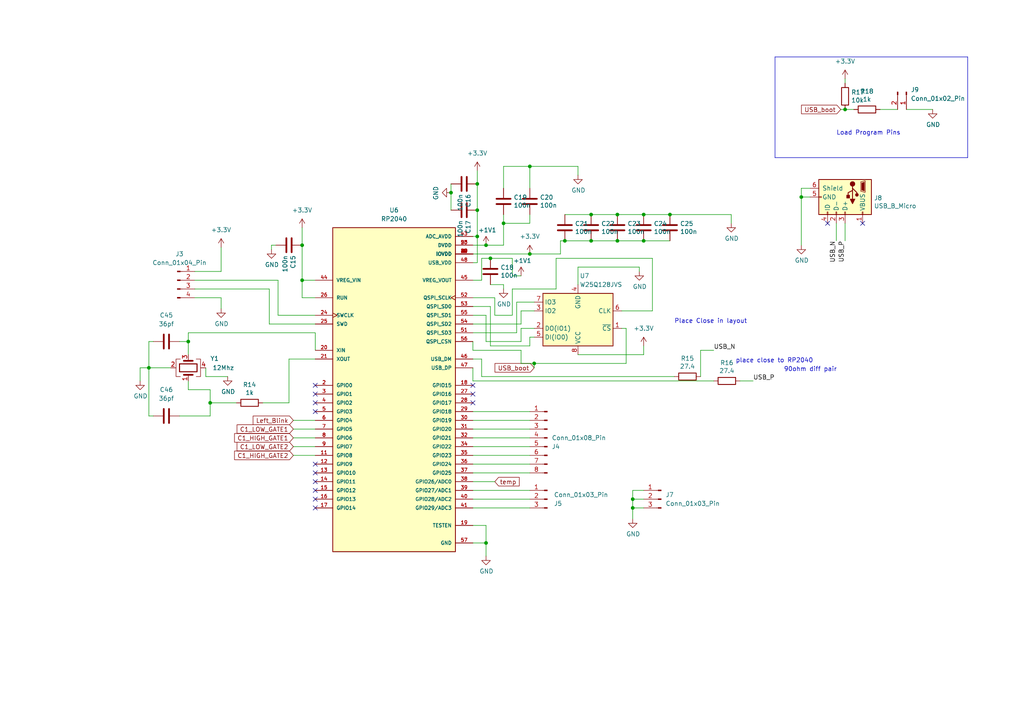
<source format=kicad_sch>
(kicad_sch (version 20231120) (generator "eeschema") (generator_version "8.0")
  (paper "A4")
  (lib_symbols
    (symbol "Connector:Conn_01x02_Pin" (pin_names (offset 1.016) hide)
      (property "Reference" "J" (at 0 2.54 0))
      (property "Value" "Conn_01x02_Pin" (at 0 -5.08 0))
      (symbol "Conn_01x02_Pin_1_1"
        (polyline (pts (xy 1.27 -2.54) (xy 0.8636 -2.54)) (stroke (width 0.1524)))
        (polyline (pts (xy 1.27 0) (xy 0.8636 0)) (stroke (width 0.1524)))
        (rectangle (start 0.8636 -2.413) (end 0 -2.667) (stroke (width 0.1524)) (fill (type outline)))
        (rectangle (start 0.8636 0.127) (end 0 -0.127) (stroke (width 0.1524)) (fill (type outline)))
        (pin passive line (at 5.08 0 180) (length 3.81) (name "Pin_1") (number "1"))
        (pin passive line (at 5.08 -2.54 180) (length 3.81) (name "Pin_2") (number "2"))
      )
    )
    (symbol "Connector:Conn_01x03_Pin" (pin_names (offset 1.016) hide)
      (property "Reference" "J" (at 0 5.08 0))
      (property "Value" "Conn_01x03_Pin" (at 0 -5.08 0))
      (symbol "Conn_01x03_Pin_1_1"
        (polyline (pts (xy 1.27 -2.54) (xy 0.8636 -2.54)) (stroke (width 0.1524)))
        (polyline (pts (xy 1.27 0) (xy 0.8636 0)) (stroke (width 0.1524)))
        (polyline (pts (xy 1.27 2.54) (xy 0.8636 2.54)) (stroke (width 0.1524)))
        (rectangle (start 0.8636 -2.413) (end 0 -2.667) (stroke (width 0.1524)) (fill (type outline)))
        (rectangle (start 0.8636 0.127) (end 0 -0.127) (stroke (width 0.1524)) (fill (type outline)))
        (rectangle (start 0.8636 2.667) (end 0 2.413) (stroke (width 0.1524)) (fill (type outline)))
        (pin passive line (at 5.08 2.54 180) (length 3.81) (name "Pin_1") (number "1"))
        (pin passive line (at 5.08 0 180) (length 3.81) (name "Pin_2") (number "2"))
        (pin passive line (at 5.08 -2.54 180) (length 3.81) (name "Pin_3") (number "3"))
      )
    )
    (symbol "Connector:Conn_01x04_Pin" (pin_names (offset 1.016) hide)
      (property "Reference" "J" (at 0 5.08 0))
      (property "Value" "Conn_01x04_Pin" (at 0 -7.62 0))
      (symbol "Conn_01x04_Pin_1_1"
        (polyline (pts (xy 1.27 -5.08) (xy 0.8636 -5.08)) (stroke (width 0.1524)))
        (polyline (pts (xy 1.27 -2.54) (xy 0.8636 -2.54)) (stroke (width 0.1524)))
        (polyline (pts (xy 1.27 0) (xy 0.8636 0)) (stroke (width 0.1524)))
        (polyline (pts (xy 1.27 2.54) (xy 0.8636 2.54)) (stroke (width 0.1524)))
        (rectangle (start 0.8636 -4.953) (end 0 -5.207) (stroke (width 0.1524)) (fill (type outline)))
        (rectangle (start 0.8636 -2.413) (end 0 -2.667) (stroke (width 0.1524)) (fill (type outline)))
        (rectangle (start 0.8636 0.127) (end 0 -0.127) (stroke (width 0.1524)) (fill (type outline)))
        (rectangle (start 0.8636 2.667) (end 0 2.413) (stroke (width 0.1524)) (fill (type outline)))
        (pin passive line (at 5.08 2.54 180) (length 3.81) (name "Pin_1") (number "1"))
        (pin passive line (at 5.08 0 180) (length 3.81) (name "Pin_2") (number "2"))
        (pin passive line (at 5.08 -2.54 180) (length 3.81) (name "Pin_3") (number "3"))
        (pin passive line (at 5.08 -5.08 180) (length 3.81) (name "Pin_4") (number "4"))
      )
    )
    (symbol "Connector:Conn_01x08_Pin" (pin_names (offset 1.016) hide)
      (property "Reference" "J" (at 0 10.16 0))
      (property "Value" "Conn_01x08_Pin" (at 0 -12.7 0))
      (symbol "Conn_01x08_Pin_1_1"
        (polyline (pts (xy 1.27 -10.16) (xy 0.8636 -10.16)) (stroke (width 0.1524)))
        (polyline (pts (xy 1.27 -7.62) (xy 0.8636 -7.62)) (stroke (width 0.1524)))
        (polyline (pts (xy 1.27 -5.08) (xy 0.8636 -5.08)) (stroke (width 0.1524)))
        (polyline (pts (xy 1.27 -2.54) (xy 0.8636 -2.54)) (stroke (width 0.1524)))
        (polyline (pts (xy 1.27 0) (xy 0.8636 0)) (stroke (width 0.1524)))
        (polyline (pts (xy 1.27 2.54) (xy 0.8636 2.54)) (stroke (width 0.1524)))
        (polyline (pts (xy 1.27 5.08) (xy 0.8636 5.08)) (stroke (width 0.1524)))
        (polyline (pts (xy 1.27 7.62) (xy 0.8636 7.62)) (stroke (width 0.1524)))
        (rectangle (start 0.8636 -10.033) (end 0 -10.287) (stroke (width 0.1524)) (fill (type outline)))
        (rectangle (start 0.8636 -7.493) (end 0 -7.747) (stroke (width 0.1524)) (fill (type outline)))
        (rectangle (start 0.8636 -4.953) (end 0 -5.207) (stroke (width 0.1524)) (fill (type outline)))
        (rectangle (start 0.8636 -2.413) (end 0 -2.667) (stroke (width 0.1524)) (fill (type outline)))
        (rectangle (start 0.8636 0.127) (end 0 -0.127) (stroke (width 0.1524)) (fill (type outline)))
        (rectangle (start 0.8636 2.667) (end 0 2.413) (stroke (width 0.1524)) (fill (type outline)))
        (rectangle (start 0.8636 5.207) (end 0 4.953) (stroke (width 0.1524)) (fill (type outline)))
        (rectangle (start 0.8636 7.747) (end 0 7.493) (stroke (width 0.1524)) (fill (type outline)))
        (pin passive line (at 5.08 7.62 180) (length 3.81) (name "Pin_1") (number "1"))
        (pin passive line (at 5.08 5.08 180) (length 3.81) (name "Pin_2") (number "2"))
        (pin passive line (at 5.08 2.54 180) (length 3.81) (name "Pin_3") (number "3"))
        (pin passive line (at 5.08 0 180) (length 3.81) (name "Pin_4") (number "4"))
        (pin passive line (at 5.08 -2.54 180) (length 3.81) (name "Pin_5") (number "5"))
        (pin passive line (at 5.08 -5.08 180) (length 3.81) (name "Pin_6") (number "6"))
        (pin passive line (at 5.08 -7.62 180) (length 3.81) (name "Pin_7") (number "7"))
        (pin passive line (at 5.08 -10.16 180) (length 3.81) (name "Pin_8") (number "8"))
      )
    )
    (symbol "Connector:USB_B_Micro" (pin_names (offset 1.016))
      (property "Reference" "J" (at -5.08 11.43 0))
      (property "Value" "USB_B_Micro" (at -5.08 8.89 0))
      (symbol "USB_B_Micro_0_1"
        (rectangle (start -5.08 -7.62) (end 5.08 7.62) (stroke (width 0.254)) (fill (type background)))
        (circle (center -3.81 2.159) (radius 0.635) (stroke (width 0.254)) (fill (type outline)))
        (circle (center -0.635 3.429) (radius 0.381) (stroke (width 0.254)) (fill (type outline)))
        (rectangle (start -0.127 -7.62) (end 0.127 -6.858))
        (polyline (pts (xy -1.905 2.159) (xy 0.635 2.159)) (stroke (width 0.254)))
        (polyline (pts (xy -3.175 2.159) (xy -2.54 2.159) (xy -1.27 3.429) (xy -0.635 3.429)) (stroke (width 0.254)))
        (polyline (pts (xy -2.54 2.159) (xy -1.905 2.159) (xy -1.27 0.889) (xy 0 0.889)) (stroke (width 0.254)))
        (polyline (pts (xy 0.635 2.794) (xy 0.635 1.524) (xy 1.905 2.159) (xy 0.635 2.794)) (stroke (width 0.254)) (fill (type outline)))
        (polyline (pts (xy -4.318 5.588) (xy -1.778 5.588) (xy -2.032 4.826) (xy -4.064 4.826) (xy -4.318 5.588)) (fill (type outline)))
        (polyline (pts (xy -4.699 5.842) (xy -4.699 5.588) (xy -4.445 4.826) (xy -4.445 4.572) (xy -1.651 4.572) (xy -1.651 4.826) (xy -1.397 5.588) (xy -1.397 5.842) (xy -4.699 5.842)))
        (rectangle (start 0.254 1.27) (end -0.508 0.508) (stroke (width 0.254)) (fill (type outline)))
        (rectangle (start 5.08 -5.207) (end 4.318 -4.953))
        (rectangle (start 5.08 -2.667) (end 4.318 -2.413))
        (rectangle (start 5.08 -0.127) (end 4.318 0.127))
        (rectangle (start 5.08 4.953) (end 4.318 5.207))
      )
      (symbol "USB_B_Micro_1_1"
        (pin power_out line (at 7.62 5.08 180) (length 2.54) (name "VBUS") (number "1"))
        (pin bidirectional line (at 7.62 -2.54 180) (length 2.54) (name "D-") (number "2"))
        (pin bidirectional line (at 7.62 0 180) (length 2.54) (name "D+") (number "3"))
        (pin passive line (at 7.62 -5.08 180) (length 2.54) (name "ID") (number "4"))
        (pin power_out line (at 0 -10.16 90) (length 2.54) (name "GND") (number "5"))
        (pin passive line (at -2.54 -10.16 90) (length 2.54) (name "Shield") (number "6"))
      )
    )
    (symbol "Device:C" (pin_numbers hide) (pin_names (offset 0.254))
      (property "Reference" "C" (at 0.635 2.54 0))
      (property "Value" "C" (at 0.635 -2.54 0))
      (symbol "C_0_1"
        (polyline (pts (xy -2.032 -0.762) (xy 2.032 -0.762)) (stroke (width 0.508)))
        (polyline (pts (xy -2.032 0.762) (xy 2.032 0.762)) (stroke (width 0.508)))
      )
      (symbol "C_1_1"
        (pin passive line (at 0 3.81 270) (length 2.794) (name "~") (number "1"))
        (pin passive line (at 0 -3.81 90) (length 2.794) (name "~") (number "2"))
      )
    )
    (symbol "Device:Crystal_GND24" (pin_names (offset 1.016) hide)
      (property "Reference" "Y" (at 3.175 5.08 0))
      (property "Value" "Crystal_GND24" (at 3.175 3.175 0))
      (symbol "Crystal_GND24_0_1"
        (rectangle (start -1.143 2.54) (end 1.143 -2.54) (stroke (width 0.3048)))
        (polyline (pts (xy -2.54 0) (xy -2.032 0)))
        (polyline (pts (xy -2.032 -1.27) (xy -2.032 1.27)) (stroke (width 0.508)))
        (polyline (pts (xy 0 -3.81) (xy 0 -3.556)))
        (polyline (pts (xy 0 3.556) (xy 0 3.81)))
        (polyline (pts (xy 2.032 -1.27) (xy 2.032 1.27)) (stroke (width 0.508)))
        (polyline (pts (xy 2.032 0) (xy 2.54 0)))
        (polyline (pts (xy -2.54 -2.286) (xy -2.54 -3.556) (xy 2.54 -3.556) (xy 2.54 -2.286)))
        (polyline (pts (xy -2.54 2.286) (xy -2.54 3.556) (xy 2.54 3.556) (xy 2.54 2.286)))
      )
      (symbol "Crystal_GND24_1_1"
        (pin passive line (at -3.81 0 0) (length 1.27) (name "1") (number "1"))
        (pin passive line (at 0 5.08 270) (length 1.27) (name "2") (number "2"))
        (pin passive line (at 3.81 0 180) (length 1.27) (name "3") (number "3"))
        (pin passive line (at 0 -5.08 90) (length 1.27) (name "4") (number "4"))
      )
    )
    (symbol "Device:R" (pin_numbers hide) (pin_names (offset 0))
      (property "Reference" "R" (at 2.032 0 90))
      (property "Value" "R" (at 0 0 90))
      (symbol "R_0_1"
        (rectangle (start -1.016 -2.54) (end 1.016 2.54) (stroke (width 0.254)))
      )
      (symbol "R_1_1"
        (pin passive line (at 0 3.81 270) (length 1.27) (name "~") (number "1"))
        (pin passive line (at 0 -3.81 90) (length 1.27) (name "~") (number "2"))
      )
    )
    (symbol "Memory_Flash:W25Q128JVS"
      (property "Reference" "U" (at -8.89 8.89 0))
      (property "Value" "W25Q128JVS" (at 7.62 8.89 0))
      (symbol "W25Q128JVS_0_1"
        (rectangle (start -10.16 7.62) (end 10.16 -7.62) (stroke (width 0.254)) (fill (type background)))
      )
      (symbol "W25Q128JVS_1_1"
        (pin input line (at -12.7 2.54 0) (length 2.54) (name "~{CS}") (number "1"))
        (pin bidirectional line (at 12.7 2.54 180) (length 2.54) (name "DO(IO1)") (number "2"))
        (pin bidirectional line (at 12.7 -2.54 180) (length 2.54) (name "IO2") (number "3"))
        (pin power_in line (at 0 -10.16 90) (length 2.54) (name "GND") (number "4"))
        (pin bidirectional line (at 12.7 5.08 180) (length 2.54) (name "DI(IO0)") (number "5"))
        (pin input line (at -12.7 -2.54 0) (length 2.54) (name "CLK") (number "6"))
        (pin bidirectional line (at 12.7 -5.08 180) (length 2.54) (name "IO3") (number "7"))
        (pin power_in line (at 0 10.16 270) (length 2.54) (name "VCC") (number "8"))
      )
    )
    (symbol "QTF:RP2040" (pin_names (offset 1.016))
      (property "Reference" "U" (at -17.78 50.8 0))
      (property "Value" "RP2040" (at -17.78 -48.26 0))
      (symbol "RP2040_0_0"
        (rectangle (start -17.78 -45.72) (end 17.78 48.26) (stroke (width 0.254)) (fill (type background)))
        (pin power_in line (at 22.86 40.64 180) (length 5.08) (name "IOVDD") (number "1"))
        (pin power_in line (at 22.86 40.64 180) (length 5.08) (name "IOVDD") (number "10"))
        (pin bidirectional line (at -22.86 -17.78 0) (length 5.08) (name "GPIO8") (number "11"))
        (pin bidirectional line (at -22.86 -20.32 0) (length 5.08) (name "GPIO9") (number "12"))
        (pin bidirectional line (at -22.86 -22.86 0) (length 5.08) (name "GPIO10") (number "13"))
        (pin bidirectional line (at -22.86 -25.4 0) (length 5.08) (name "GPIO11") (number "14"))
        (pin bidirectional line (at -22.86 -27.94 0) (length 5.08) (name "GPIO12") (number "15"))
        (pin bidirectional line (at -22.86 -30.48 0) (length 5.08) (name "GPIO13") (number "16"))
        (pin bidirectional line (at -22.86 -33.02 0) (length 5.08) (name "GPIO14") (number "17"))
        (pin bidirectional line (at 22.86 2.54 180) (length 5.08) (name "GPIO15") (number "18"))
        (pin passive line (at 22.86 -38.1 180) (length 5.08) (name "TESTEN") (number "19"))
        (pin bidirectional line (at -22.86 2.54 0) (length 5.08) (name "GPIO0") (number "2"))
        (pin input line (at -22.86 12.7 0) (length 5.08) (name "XIN") (number "20"))
        (pin output line (at -22.86 10.16 0) (length 5.08) (name "XOUT") (number "21"))
        (pin power_in line (at 22.86 40.64 180) (length 5.08) (name "IOVDD") (number "22"))
        (pin power_in line (at 22.86 43.18 180) (length 5.08) (name "DVDD") (number "23"))
        (pin input clock (at -22.86 22.86 0) (length 5.08) (name "SWCLK") (number "24"))
        (pin bidirectional line (at -22.86 20.32 0) (length 5.08) (name "SWD") (number "25"))
        (pin input line (at -22.86 27.94 0) (length 5.08) (name "RUN") (number "26"))
        (pin bidirectional line (at 22.86 0 180) (length 5.08) (name "GPIO16") (number "27"))
        (pin bidirectional line (at 22.86 -2.54 180) (length 5.08) (name "GPIO17") (number "28"))
        (pin bidirectional line (at 22.86 -5.08 180) (length 5.08) (name "GPIO18") (number "29"))
        (pin bidirectional line (at -22.86 0 0) (length 5.08) (name "GPIO1") (number "3"))
        (pin bidirectional line (at 22.86 -7.62 180) (length 5.08) (name "GPIO19") (number "30"))
        (pin bidirectional line (at 22.86 -10.16 180) (length 5.08) (name "GPIO20") (number "31"))
        (pin bidirectional line (at 22.86 -12.7 180) (length 5.08) (name "GPIO21") (number "32"))
        (pin power_in line (at 22.86 40.64 180) (length 5.08) (name "IOVDD") (number "33"))
        (pin bidirectional line (at 22.86 -15.24 180) (length 5.08) (name "GPIO22") (number "34"))
        (pin bidirectional line (at 22.86 -17.78 180) (length 5.08) (name "GPIO23") (number "35"))
        (pin bidirectional line (at 22.86 -20.32 180) (length 5.08) (name "GPIO24") (number "36"))
        (pin bidirectional line (at 22.86 -22.86 180) (length 5.08) (name "GPIO25") (number "37"))
        (pin bidirectional line (at 22.86 -25.4 180) (length 5.08) (name "GPIO26/ADC0") (number "38"))
        (pin bidirectional line (at 22.86 -27.94 180) (length 5.08) (name "GPIO27/ADC1") (number "39"))
        (pin bidirectional line (at -22.86 -2.54 0) (length 5.08) (name "GPIO2") (number "4"))
        (pin bidirectional line (at 22.86 -30.48 180) (length 5.08) (name "GPIO28/ADC2") (number "40"))
        (pin bidirectional line (at 22.86 -33.02 180) (length 5.08) (name "GPIO29/ADC3") (number "41"))
        (pin power_in line (at 22.86 40.64 180) (length 5.08) (name "IOVDD") (number "42"))
        (pin power_in line (at 22.86 45.72 180) (length 5.08) (name "ADC_AVDD") (number "43"))
        (pin input line (at -22.86 33.02 0) (length 5.08) (name "VREG_VIN") (number "44"))
        (pin output line (at 22.86 33.02 180) (length 5.08) (name "VREG_VOUT") (number "45"))
        (pin bidirectional line (at 22.86 10.16 180) (length 5.08) (name "USB_DM") (number "46"))
        (pin bidirectional line (at 22.86 7.62 180) (length 5.08) (name "USB_DP") (number "47"))
        (pin power_in line (at 22.86 38.1 180) (length 5.08) (name "USB_VDD") (number "48"))
        (pin power_in line (at 22.86 40.64 180) (length 5.08) (name "IOVDD") (number "49"))
        (pin bidirectional line (at -22.86 -5.08 0) (length 5.08) (name "GPIO3") (number "5"))
        (pin power_in line (at 22.86 43.18 180) (length 5.08) (name "DVDD") (number "50"))
        (pin bidirectional line (at 22.86 17.78 180) (length 5.08) (name "QSPI_SD3") (number "51"))
        (pin bidirectional clock (at 22.86 27.94 180) (length 5.08) (name "QSPI_SCLK") (number "52"))
        (pin bidirectional line (at 22.86 25.4 180) (length 5.08) (name "QSPI_SD0") (number "53"))
        (pin bidirectional line (at 22.86 20.32 180) (length 5.08) (name "QSPI_SD2") (number "54"))
        (pin bidirectional line (at 22.86 22.86 180) (length 5.08) (name "QSPI_SD1") (number "55"))
        (pin bidirectional line (at 22.86 15.24 180) (length 5.08) (name "QSPI_CSN") (number "56"))
        (pin power_in line (at 22.86 -43.18 180) (length 5.08) (name "GND") (number "57"))
        (pin bidirectional line (at -22.86 -7.62 0) (length 5.08) (name "GPIO4") (number "6"))
        (pin bidirectional line (at -22.86 -10.16 0) (length 5.08) (name "GPIO5") (number "7"))
        (pin bidirectional line (at -22.86 -12.7 0) (length 5.08) (name "GPIO6") (number "8"))
        (pin bidirectional line (at -22.86 -15.24 0) (length 5.08) (name "GPIO7") (number "9"))
      )
    )
    (symbol "power:+1V1" (power) (pin_names (offset 0))
      (property "Value" "+1V1" (at 0 3.556 0))
      (symbol "+1V1_0_1"
        (polyline (pts (xy -0.762 1.27) (xy 0 2.54)))
        (polyline (pts (xy 0 0) (xy 0 2.54)))
        (polyline (pts (xy 0 2.54) (xy 0.762 1.27)))
      )
      (symbol "+1V1_1_1"
        (pin power_in line (at 0 0 90) (length 0) hide (name "+1V1") (number "1"))
      )
    )
    (symbol "power:+3.3V" (power) (pin_names (offset 0))
      (property "Value" "+3.3V" (at 0 3.556 0))
      (symbol "+3.3V_0_1"
        (polyline (pts (xy -0.762 1.27) (xy 0 2.54)))
        (polyline (pts (xy 0 0) (xy 0 2.54)))
        (polyline (pts (xy 0 2.54) (xy 0.762 1.27)))
      )
      (symbol "+3.3V_1_1"
        (pin power_in line (at 0 0 90) (length 0) hide (name "+3.3V") (number "1"))
      )
    )
    (symbol "power:GND" (power) (pin_names (offset 0))
      (property "Value" "GND" (at 0 -3.81 0))
      (symbol "GND_0_1"
        (polyline (pts (xy 0 0) (xy 0 -1.27) (xy 1.27 -1.27) (xy 0 -2.54) (xy -1.27 -1.27) (xy 0 -1.27)))
      )
      (symbol "GND_1_1"
        (pin power_in line (at 0 0 270) (length 0) hide (name "GND") (number "1"))
      )
    )
  )
  (junction (at 179.07 69.85))
  (junction (at 232.41 57.15))
  (junction (at 171.45 69.85))
  (junction (at 43.18 106.68))
  (junction (at 245.11 31.75))
  (junction (at 163.83 69.85))
  (junction (at 154.94 105.41))
  (junction (at 140.97 71.12))
  (junction (at 60.96 116.84))
  (junction (at 138.43 60.96))
  (junction (at 138.43 53.34))
  (junction (at 138.43 68.58))
  (junction (at 130.81 55.88))
  (junction (at 183.515 144.78))
  (junction (at 153.67 48.26))
  (junction (at 142.24 74.93))
  (junction (at 87.63 71.12))
  (junction (at 140.97 157.48))
  (junction (at 179.07 62.23))
  (junction (at 183.515 147.32))
  (junction (at 171.45 62.23))
  (junction (at 186.69 69.85))
  (junction (at 146.05 64.77))
  (junction (at 54.61 99.06))
  (junction (at 153.67 73.66))
  (junction (at 186.69 62.23))
  (junction (at 194.31 62.23))
  (junction (at 87.63 81.28))
  (no_connect (at 91.44 144.78))
  (no_connect (at 91.44 119.38))
  (no_connect (at 91.44 116.84))
  (no_connect (at 91.44 147.32))
  (no_connect (at 91.44 137.16))
  (no_connect (at 240.03 64.77))
  (no_connect (at 137.16 116.84))
  (no_connect (at 91.44 114.3))
  (no_connect (at 137.16 111.76))
  (no_connect (at 91.44 134.62))
  (no_connect (at 91.44 139.7))
  (no_connect (at 91.44 142.24))
  (no_connect (at 250.19 64.77))
  (no_connect (at 91.44 111.76))
  (no_connect (at 137.16 114.3))
  (wire (pts (xy 146.05 71.12) (xy 146.05 64.77)))
  (wire (pts (xy 91.44 81.28) (xy 87.63 81.28)))
  (wire (pts (xy 179.07 62.23) (xy 186.69 62.23)))
  (wire (pts (xy 137.16 104.14) (xy 139.7 104.14)))
  (wire (pts (xy 91.44 91.44) (xy 80.645 91.44)))
  (wire (pts (xy 85.09 121.92) (xy 91.44 121.92)))
  (wire (pts (xy 186.69 100.33) (xy 186.69 102.87)))
  (wire (pts (xy 137.16 129.54) (xy 153.67 129.54)))
  (wire (pts (xy 194.31 62.23) (xy 212.09 62.23)))
  (wire (pts (xy 52.07 99.06) (xy 54.61 99.06)))
  (wire (pts (xy 130.81 55.88) (xy 130.81 60.96)))
  (wire (pts (xy 154.94 105.41) (xy 154.94 106.68)))
  (wire (pts (xy 54.61 99.06) (xy 54.61 102.87)))
  (wire (pts (xy 139.7 74.93) (xy 142.24 74.93)))
  (wire (pts (xy 167.64 48.26) (xy 167.64 50.8)))
  (wire (pts (xy 143.51 86.36) (xy 143.51 91.44)))
  (wire (pts (xy 142.24 74.93) (xy 148.59 74.93)))
  (wire (pts (xy 85.09 132.08) (xy 91.44 132.08)))
  (wire (pts (xy 137.16 88.9) (xy 142.24 88.9)))
  (wire (pts (xy 234.95 57.15) (xy 232.41 57.15)))
  (wire (pts (xy 245.11 24.13) (xy 245.11 22.86)))
  (wire (pts (xy 139.7 104.14) (xy 139.7 109.22)))
  (wire (pts (xy 76.2 116.84) (xy 83.82 116.84)))
  (wire (pts (xy 43.18 106.68) (xy 49.53 106.68)))
  (wire (pts (xy 54.61 96.52) (xy 54.61 99.06)))
  (wire (pts (xy 137.16 71.12) (xy 140.97 71.12)))
  (wire (pts (xy 80.645 91.44) (xy 80.645 81.28)))
  (wire (pts (xy 214.63 110.49) (xy 218.44 110.49)))
  (wire (pts (xy 242.57 69.85) (xy 242.57 64.77)))
  (wire (pts (xy 54.61 96.52) (xy 91.44 96.52)))
  (wire (pts (xy 87.63 81.28) (xy 87.63 71.12)))
  (wire (pts (xy 186.69 69.85) (xy 194.31 69.85)))
  (wire (pts (xy 85.09 127) (xy 91.44 127)))
  (wire (pts (xy 142.24 88.9) (xy 142.24 100.33)))
  (wire (pts (xy 207.01 101.6) (xy 203.2 101.6)))
  (wire (pts (xy 137.16 86.36) (xy 143.51 86.36)))
  (wire (pts (xy 146.05 64.77) (xy 153.67 64.77)))
  (wire (pts (xy 179.07 69.85) (xy 186.69 69.85)))
  (wire (pts (xy 183.515 147.32) (xy 183.515 150.495)))
  (wire (pts (xy 207.01 110.49) (xy 137.16 110.49)))
  (wire (pts (xy 138.43 68.58) (xy 138.43 76.2)))
  (wire (pts (xy 149.86 87.63) (xy 154.94 87.63)))
  (wire (pts (xy 153.67 97.79) (xy 154.94 97.79)))
  (wire (pts (xy 183.515 142.24) (xy 183.515 144.78)))
  (wire (pts (xy 148.59 83.82) (xy 161.29 83.82)))
  (polyline (pts (xy 224.79 45.72) (xy 280.67 45.72)))
  (wire (pts (xy 151.13 93.98) (xy 151.13 90.17)))
  (wire (pts (xy 167.64 77.47) (xy 167.64 82.55)))
  (wire (pts (xy 40.64 106.68) (xy 43.18 106.68)))
  (wire (pts (xy 137.16 121.92) (xy 153.67 121.92)))
  (wire (pts (xy 148.59 91.44) (xy 148.59 83.82)))
  (wire (pts (xy 68.58 116.84) (xy 60.96 116.84)))
  (wire (pts (xy 137.16 157.48) (xy 140.97 157.48)))
  (wire (pts (xy 137.16 127) (xy 153.67 127)))
  (wire (pts (xy 153.67 54.61) (xy 153.67 48.26)))
  (wire (pts (xy 262.89 31.75) (xy 270.51 31.75)))
  (wire (pts (xy 167.64 77.47) (xy 185.42 77.47)))
  (wire (pts (xy 78.105 93.98) (xy 78.105 83.82)))
  (wire (pts (xy 180.34 95.25) (xy 181.61 95.25)))
  (wire (pts (xy 56.515 86.36) (xy 64.135 86.36)))
  (wire (pts (xy 83.82 116.84) (xy 83.82 104.14)))
  (wire (pts (xy 212.09 62.23) (xy 212.09 64.77)))
  (wire (pts (xy 163.83 69.85) (xy 171.45 69.85)))
  (wire (pts (xy 78.74 71.12) (xy 80.01 71.12)))
  (wire (pts (xy 161.29 74.93) (xy 189.23 74.93)))
  (wire (pts (xy 59.69 109.22) (xy 66.04 109.22)))
  (wire (pts (xy 137.16 96.52) (xy 149.86 96.52)))
  (wire (pts (xy 137.16 101.6) (xy 151.13 101.6)))
  (wire (pts (xy 255.27 31.75) (xy 260.35 31.75)))
  (wire (pts (xy 153.67 100.33) (xy 153.67 97.79)))
  (wire (pts (xy 64.135 86.36) (xy 64.135 89.535)))
  (wire (pts (xy 137.16 144.78) (xy 153.67 144.78)))
  (wire (pts (xy 140.97 71.12) (xy 146.05 71.12)))
  (wire (pts (xy 189.23 74.93) (xy 189.23 90.17)))
  (wire (pts (xy 140.97 91.44) (xy 140.97 99.06)))
  (wire (pts (xy 137.16 73.66) (xy 153.67 73.66)))
  (wire (pts (xy 161.29 83.82) (xy 161.29 74.93)))
  (wire (pts (xy 146.05 64.77) (xy 146.05 62.23)))
  (wire (pts (xy 186.69 142.24) (xy 183.515 142.24)))
  (wire (pts (xy 137.16 91.44) (xy 140.97 91.44)))
  (wire (pts (xy 181.61 105.41) (xy 154.94 105.41)))
  (wire (pts (xy 137.16 119.38) (xy 153.67 119.38)))
  (wire (pts (xy 245.11 31.75) (xy 247.65 31.75)))
  (wire (pts (xy 137.16 106.68) (xy 137.16 110.49)))
  (wire (pts (xy 137.16 101.6) (xy 137.16 99.06)))
  (wire (pts (xy 245.11 69.85) (xy 245.11 64.77)))
  (wire (pts (xy 44.45 120.65) (xy 43.18 120.65)))
  (wire (pts (xy 186.69 144.78) (xy 183.515 144.78)))
  (wire (pts (xy 138.43 53.34) (xy 138.43 60.96)))
  (wire (pts (xy 142.24 100.33) (xy 153.67 100.33)))
  (wire (pts (xy 83.82 104.14) (xy 91.44 104.14)))
  (wire (pts (xy 43.18 99.06) (xy 44.45 99.06)))
  (wire (pts (xy 85.09 129.54) (xy 91.44 129.54)))
  (wire (pts (xy 137.16 134.62) (xy 153.67 134.62)))
  (wire (pts (xy 80.645 81.28) (xy 56.515 81.28)))
  (wire (pts (xy 232.41 57.15) (xy 232.41 71.12)))
  (wire (pts (xy 162.56 69.85) (xy 163.83 69.85)))
  (wire (pts (xy 52.07 120.65) (xy 60.96 120.65)))
  (wire (pts (xy 146.05 48.26) (xy 153.67 48.26)))
  (wire (pts (xy 78.105 83.82) (xy 56.515 83.82)))
  (wire (pts (xy 87.63 71.12) (xy 87.63 66.04)))
  (wire (pts (xy 232.41 54.61) (xy 232.41 57.15)))
  (wire (pts (xy 138.43 49.53) (xy 138.43 53.34)))
  (wire (pts (xy 40.64 106.68) (xy 40.64 110.49)))
  (wire (pts (xy 171.45 62.23) (xy 179.07 62.23)))
  (wire (pts (xy 203.2 101.6) (xy 203.2 109.22)))
  (wire (pts (xy 137.16 152.4) (xy 140.97 152.4)))
  (wire (pts (xy 91.44 93.98) (xy 78.105 93.98)))
  (wire (pts (xy 64.135 78.74) (xy 64.135 71.755)))
  (wire (pts (xy 137.16 132.08) (xy 153.67 132.08)))
  (wire (pts (xy 60.96 113.03) (xy 54.61 113.03)))
  (wire (pts (xy 142.24 82.55) (xy 146.05 82.55)))
  (wire (pts (xy 183.515 147.32) (xy 186.69 147.32)))
  (wire (pts (xy 162.56 73.66) (xy 162.56 69.85)))
  (wire (pts (xy 151.13 90.17) (xy 154.94 90.17)))
  (wire (pts (xy 146.05 54.61) (xy 146.05 48.26)))
  (wire (pts (xy 138.43 76.2) (xy 137.16 76.2)))
  (wire (pts (xy 78.74 72.39) (xy 78.74 71.12)))
  (wire (pts (xy 146.05 83.82) (xy 146.05 82.55)))
  (wire (pts (xy 43.18 120.65) (xy 43.18 106.68)))
  (wire (pts (xy 87.63 86.36) (xy 91.44 86.36)))
  (wire (pts (xy 234.95 54.61) (xy 232.41 54.61)))
  (wire (pts (xy 85.09 124.46) (xy 91.44 124.46)))
  (wire (pts (xy 137.16 81.28) (xy 139.7 81.28)))
  (wire (pts (xy 243.84 31.75) (xy 245.11 31.75)))
  (wire (pts (xy 137.16 124.46) (xy 153.67 124.46)))
  (wire (pts (xy 59.69 106.68) (xy 59.69 109.22)))
  (wire (pts (xy 171.45 69.85) (xy 179.07 69.85)))
  (wire (pts (xy 154.94 105.41) (xy 151.13 105.41)))
  (wire (pts (xy 140.97 157.48) (xy 140.97 161.29)))
  (wire (pts (xy 148.59 74.93) (xy 148.59 80.01)))
  (wire (pts (xy 137.16 147.32) (xy 153.67 147.32)))
  (wire (pts (xy 56.515 78.74) (xy 64.135 78.74)))
  (wire (pts (xy 60.96 113.03) (xy 60.96 116.84)))
  (wire (pts (xy 167.64 102.87) (xy 186.69 102.87)))
  (wire (pts (xy 138.43 60.96) (xy 138.43 68.58)))
  (wire (pts (xy 137.16 139.7) (xy 143.51 139.7)))
  (wire (pts (xy 189.23 90.17) (xy 180.34 90.17)))
  (polyline (pts (xy 224.79 16.51) (xy 224.79 45.72)))
  (wire (pts (xy 149.86 96.52) (xy 149.86 87.63)))
  (wire (pts (xy 137.16 93.98) (xy 151.13 93.98)))
  (wire (pts (xy 185.42 77.47) (xy 185.42 78.74)))
  (wire (pts (xy 139.7 109.22) (xy 195.58 109.22)))
  (wire (pts (xy 140.97 99.06) (xy 151.13 99.06)))
  (wire (pts (xy 151.13 105.41) (xy 151.13 101.6)))
  (polyline (pts (xy 280.67 16.51) (xy 224.79 16.51)))
  (wire (pts (xy 130.81 53.34) (xy 130.81 55.88)))
  (wire (pts (xy 181.61 95.25) (xy 181.61 105.41)))
  (wire (pts (xy 138.43 68.58) (xy 137.16 68.58)))
  (wire (pts (xy 153.67 64.77) (xy 153.67 62.23)))
  (wire (pts (xy 91.44 101.6) (xy 91.44 96.52)))
  (wire (pts (xy 137.16 142.24) (xy 153.67 142.24)))
  (wire (pts (xy 163.83 62.23) (xy 171.45 62.23)))
  (wire (pts (xy 183.515 144.78) (xy 183.515 147.32)))
  (wire (pts (xy 54.61 110.49) (xy 54.61 113.03)))
  (wire (pts (xy 151.13 99.06) (xy 151.13 95.25)))
  (wire (pts (xy 137.16 137.16) (xy 153.67 137.16)))
  (polyline (pts (xy 280.67 45.72) (xy 280.67 16.51)))
  (wire (pts (xy 139.7 81.28) (xy 139.7 74.93)))
  (wire (pts (xy 140.97 152.4) (xy 140.97 157.48)))
  (wire (pts (xy 43.18 99.06) (xy 43.18 106.68)))
  (wire (pts (xy 148.59 80.01) (xy 151.13 80.01)))
  (wire (pts (xy 153.67 73.66) (xy 162.56 73.66)))
  (wire (pts (xy 151.13 95.25) (xy 154.94 95.25)))
  (wire (pts (xy 60.96 116.84) (xy 60.96 120.65)))
  (wire (pts (xy 153.67 48.26) (xy 167.64 48.26)))
  (wire (pts (xy 87.63 81.28) (xy 87.63 86.36)))
  (wire (pts (xy 143.51 91.44) (xy 148.59 91.44)))
  (wire (pts (xy 186.69 62.23) (xy 194.31 62.23)))
  (text "Load Program Pins" (at 242.57 39.37 0) (effects (font (size 1.27 1.27)) (justify left bottom)))
  (text "Place Close in layout" (at 195.58 93.98 0) (effects (font (size 1.27 1.27)) (justify left bottom)))
  (text "place close to RP2040" (at 213.36 105.41 0) (effects (font (size 1.27 1.27)) (justify left bottom)))
  (text "90ohm diff pair" (at 227.33 107.95 0) (effects (font (size 1.27 1.27)) (justify left bottom)))
  (label "USB_N" (at 242.57 69.85 270))
  (label "USB_P" (at 218.44 110.49 0))
  (label "USB_P" (at 245.11 69.85 270))
  (label "USB_N" (at 207.01 101.6 0))
  (global_label "C1_LOW_GATE1" (shape input) (at 85.09 124.46 180) (property "Intersheetrefs" "${INTERSHEET_REFS}" (effects (hide yes))))
  (global_label "temp" (shape input) (at 143.51 139.7 0) (property "Intersheetrefs" "${INTERSHEET_REFS}" (effects (hide yes))))
  (global_label "C1_HIGH_GATE2" (shape input) (at 85.09 132.08 180) (property "Intersheetrefs" "${INTERSHEET_REFS}" (effects (hide yes))))
  (global_label "USB_boot" (shape input) (at 154.94 106.68 180) (property "Intersheetrefs" "${INTERSHEET_REFS}" (effects (hide yes))))
  (global_label "USB_boot" (shape input) (at 243.84 31.75 180) (property "Intersheetrefs" "${INTERSHEET_REFS}" (effects (hide yes))))
  (global_label "C1_LOW_GATE2" (shape input) (at 85.09 129.54 180) (property "Intersheetrefs" "${INTERSHEET_REFS}" (effects (hide yes))))
  (global_label "C1_HIGH_GATE1" (shape input) (at 85.09 127 180) (property "Intersheetrefs" "${INTERSHEET_REFS}" (effects (hide yes))))
  (global_label "Left_Blink" (shape input) (at 85.09 121.92 180) (property "Intersheetrefs" "${INTERSHEET_REFS}" (effects (hide yes))))
  (symbol (lib_id "power:+1V1") (at 151.13 80.01 0) (unit 1)
    (property "Reference" "#PWR036" (effects (hide yes)))
    (property "Value" "+1V1" (at 151.511 75.6158 0))
  )
  (symbol (lib_id "Device:Crystal_GND24") (at 54.61 106.68 90) (unit 1)
    (property "Reference" "Y1" (at 62.23 103.9877 90))
    (property "Value" "12Mhz" (at 64.77 106.68 90))
    (property "Footprint" "Crystal:Crystal_SMD_3225-4Pin_3.2x2.5mm" (effects (hide yes)))
    (property "Field4" "C9002" (effects (hide yes)))
    (property "Field5" "C9002" (effects (hide yes)))
  )
  (symbol (lib_id "Device:R") (at 72.39 116.84 270) (unit 1)
    (property "Reference" "R14" (at 72.39 111.5822 90))
    (property "Value" "1k" (at 72.39 113.8936 90))
    (property "Footprint" "Resistor_SMD:R_0603_1608Metric" (effects (hide yes)))
    (property "Field4" "C21190" (effects (hide yes)))
    (property "Field5" "C21190" (effects (hide yes)))
  )
  (symbol (lib_id "power:GND") (at 183.515 150.495 0) (unit 1)
    (property "Reference" "#PWR040" (effects (hide yes)))
    (property "Value" "GND" (at 183.642 154.8892 0))
  )
  (symbol (lib_id "power:GND") (at 140.97 161.29 0) (unit 1)
    (property "Reference" "#PWR034" (effects (hide yes)))
    (property "Value" "GND" (at 141.097 165.6842 0))
  )
  (symbol (lib_id "Device:R") (at 251.46 31.75 270) (unit 1)
    (property "Reference" "R18" (at 251.46 26.4922 90))
    (property "Value" "1k" (at 251.46 28.8036 90))
    (property "Footprint" "Resistor_SMD:R_0603_1608Metric" (effects (hide yes)))
    (property "Field4" "C21190" (effects (hide yes)))
    (property "Field5" "C21190" (effects (hide yes)))
  )
  (symbol (lib_id "power:GND") (at 167.64 50.8 0) (unit 1)
    (property "Reference" "#PWR038" (effects (hide yes)))
    (property "Value" "GND" (at 167.767 55.1942 0))
  )
  (symbol (lib_id "power:GND") (at 64.135 89.535 0) (unit 1)
    (property "Reference" "#PWR027" (effects (hide yes)))
    (property "Value" "GND" (at 64.262 93.9292 0))
  )
  (symbol (lib_id "Connector:USB_B_Micro") (at 245.11 57.15 270) (unit 1)
    (property "Reference" "J8" (at 253.492 57.4294 90) (effects (justify left)))
    (property "Value" "USB_B_Micro" (at 253.492 59.7408 90) (effects (justify left)))
    (property "Footprint" "OpenPEMFfp:AMPHENOL_10118194-0001LF" (effects (hide yes)))
    (property "Field4" "C132563" (effects (hide yes)))
    (property "Field5" "C132563" (effects (hide yes)))
  )
  (symbol (lib_id "Device:C") (at 142.24 78.74 0) (unit 1)
    (property "Reference" "C18" (at 145.161 77.5716 0) (effects (justify left)))
    (property "Value" "100n" (at 145.161 79.883 0) (effects (justify left)))
    (property "Footprint" "Capacitor_SMD:C_0402_1005Metric" (effects (hide yes)))
    (property "Field4" "C307331" (effects (hide yes)))
    (property "Field5" "C307331" (effects (hide yes)))
  )
  (symbol (lib_id "power:+3.3V") (at 153.67 73.66 0) (unit 1)
    (property "Reference" "#PWR037" (effects (hide yes)))
    (property "Value" "+3.3V" (at 153.67 68.58 0))
  )
  (symbol (lib_id "power:GND") (at 146.05 83.82 0) (unit 1)
    (property "Reference" "#PWR035" (effects (hide yes)))
    (property "Value" "GND" (at 146.177 88.2142 0))
  )
  (symbol (lib_id "Device:R") (at 199.39 109.22 270) (unit 1)
    (property "Reference" "R15" (at 199.39 103.9622 90))
    (property "Value" "27.4" (at 199.39 106.2736 90))
    (property "Footprint" "Resistor_SMD:R_0402_1005Metric" (effects (hide yes)))
    (property "Field4" "C172043" (effects (hide yes)))
    (property "Field5" "C172043" (effects (hide yes)))
  )
  (symbol (lib_id "Device:C") (at 134.62 60.96 270) (unit 1)
    (property "Reference" "C17" (at 135.7884 63.881 0) (effects (justify left)))
    (property "Value" "100n" (at 133.477 63.881 0) (effects (justify left)))
    (property "Footprint" "Capacitor_SMD:C_0402_1005Metric" (effects (hide yes)))
    (property "Field4" "C307331" (effects (hide yes)))
    (property "Field5" "C307331" (effects (hide yes)))
  )
  (symbol (lib_id "Device:R") (at 210.82 110.49 270) (unit 1)
    (property "Reference" "R16" (at 210.82 105.2322 90))
    (property "Value" "27.4" (at 210.82 107.5436 90))
    (property "Footprint" "Resistor_SMD:R_0402_1005Metric" (effects (hide yes)))
    (property "Field4" "C172043" (effects (hide yes)))
    (property "Field5" "C172043" (effects (hide yes)))
  )
  (symbol (lib_id "power:+3.3V") (at 245.11 22.86 0) (unit 1)
    (property "Reference" "#PWR045" (effects (hide yes)))
    (property "Value" "+3.3V" (at 245.11 17.78 0))
  )
  (symbol (lib_id "QTF:RP2040") (at 114.3 114.3 0) (unit 1)
    (property "Reference" "U6" (at 114.3 60.96 0))
    (property "Value" "RP2040" (at 114.3 63.5 0))
    (property "Footprint" "OpenPEMFfp:RP2040" (effects (hide yes)))
    (property "MAXIMUM_PACKAGE_HEIGHT" "0.9 mm" (effects (hide yes)))
    (property "MANUFACTURER" "Raspberry Pi" (effects (hide yes)))
    (property "STANDARD" "IPC 7351B" (effects (hide yes)))
    (property "PARTREV" "1.6.1" (effects (hide yes)))
    (property "Field4" "C2040" (effects (hide yes)))
    (property "Field5" "C2040" (effects (hide yes)))
  )
  (symbol (lib_id "Connector:Conn_01x08_Pin") (at 158.75 127 0) (mirror y) (unit 1)
    (property "Reference" "J4" (at 160.02 129.54 0) (effects (justify right)))
    (property "Value" "Conn_01x08_Pin" (at 160.02 127 0) (effects (justify right)))
    (property "Footprint" "Connector_PinHeader_1.00mm:PinHeader_1x08_P1.00mm_Vertical" (effects (hide yes)))
  )
  (symbol (lib_id "Device:C") (at 153.67 58.42 0) (unit 1)
    (property "Reference" "C20" (at 156.591 57.2516 0) (effects (justify left)))
    (property "Value" "100n" (at 156.591 59.563 0) (effects (justify left)))
    (property "Footprint" "Capacitor_SMD:C_0402_1005Metric" (effects (hide yes)))
    (property "Field4" "C307331" (effects (hide yes)))
    (property "Field5" "C307331" (effects (hide yes)))
  )
  (symbol (lib_id "Device:C") (at 134.62 53.34 270) (unit 1)
    (property "Reference" "C16" (at 135.7884 56.261 0) (effects (justify left)))
    (property "Value" "100n" (at 133.477 56.261 0) (effects (justify left)))
    (property "Footprint" "Capacitor_SMD:C_0402_1005Metric" (effects (hide yes)))
    (property "Field4" "C307331" (effects (hide yes)))
    (property "Field5" "C307331" (effects (hide yes)))
  )
  (symbol (lib_id "power:GND") (at 185.42 78.74 0) (unit 1)
    (property "Reference" "#PWR041" (effects (hide yes)))
    (property "Value" "GND" (at 185.547 83.1342 0))
  )
  (symbol (lib_id "Device:C") (at 83.82 71.12 270) (unit 1)
    (property "Reference" "C15" (at 84.9884 74.041 0) (effects (justify left)))
    (property "Value" "100n" (at 82.677 74.041 0) (effects (justify left)))
    (property "Footprint" "Capacitor_SMD:C_0402_1005Metric" (effects (hide yes)))
    (property "Field4" "C307331" (effects (hide yes)))
    (property "Field5" "C307331" (effects (hide yes)))
  )
  (symbol (lib_id "power:GND") (at 232.41 71.12 0) (unit 1)
    (property "Reference" "#PWR044" (effects (hide yes)))
    (property "Value" "GND" (at 232.537 75.5142 0))
  )
  (symbol (lib_id "power:+3.3V") (at 87.63 66.04 0) (unit 1)
    (property "Reference" "#PWR030" (effects (hide yes)))
    (property "Value" "+3.3V" (at 87.63 60.96 0))
  )
  (symbol (lib_id "Device:C") (at 171.45 66.04 0) (unit 1)
    (property "Reference" "C22" (at 174.371 64.8716 0) (effects (justify left)))
    (property "Value" "100n" (at 174.371 67.183 0) (effects (justify left)))
    (property "Footprint" "Capacitor_SMD:C_0402_1005Metric" (effects (hide yes)))
    (property "Field4" "C307331" (effects (hide yes)))
    (property "Field5" "C307331" (effects (hide yes)))
  )
  (symbol (lib_id "power:GND") (at 270.51 31.75 0) (unit 1)
    (property "Reference" "#PWR046" (effects (hide yes)))
    (property "Value" "GND" (at 270.637 36.1442 0))
  )
  (symbol (lib_id "power:+3.3V") (at 64.135 71.755 0) (unit 1)
    (property "Reference" "#PWR026" (effects (hide yes)))
    (property "Value" "+3.3V" (at 64.135 66.675 0))
  )
  (symbol (lib_id "power:GND") (at 40.64 110.49 0) (unit 1)
    (property "Reference" "#PWR025" (effects (hide yes)))
    (property "Value" "GND" (at 40.767 114.8842 0))
  )
  (symbol (lib_id "power:GND") (at 212.09 64.77 0) (unit 1)
    (property "Reference" "#PWR043" (effects (hide yes)))
    (property "Value" "GND" (at 212.217 69.1642 0))
  )
  (symbol (lib_id "Device:C") (at 146.05 58.42 0) (unit 1)
    (property "Reference" "C19" (at 148.971 57.2516 0) (effects (justify left)))
    (property "Value" "100n" (at 148.971 59.563 0) (effects (justify left)))
    (property "Footprint" "Capacitor_SMD:C_0402_1005Metric" (effects (hide yes)))
    (property "Field4" "C307331" (effects (hide yes)))
    (property "Field5" "C307331" (effects (hide yes)))
  )
  (symbol (lib_id "Device:C") (at 163.83 66.04 0) (unit 1)
    (property "Reference" "C21" (at 166.751 64.8716 0) (effects (justify left)))
    (property "Value" "100n" (at 166.751 67.183 0) (effects (justify left)))
    (property "Footprint" "Capacitor_SMD:C_0402_1005Metric" (effects (hide yes)))
    (property "Field4" "C307331" (effects (hide yes)))
    (property "Field5" "C307331" (effects (hide yes)))
  )
  (symbol (lib_id "power:+3.3V") (at 186.69 100.33 0) (unit 1)
    (property "Reference" "#PWR042" (effects (hide yes)))
    (property "Value" "+3.3V" (at 186.69 95.25 0))
  )
  (symbol (lib_id "Connector:Conn_01x03_Pin") (at 158.75 144.78 0) (mirror y) (unit 1)
    (property "Reference" "J5" (at 160.655 146.05 0) (effects (justify right)))
    (property "Value" "Conn_01x03_Pin" (at 160.655 143.51 0) (effects (justify right)))
    (property "Footprint" "Connector_PinHeader_1.00mm:PinHeader_1x03_P1.00mm_Vertical" (effects (hide yes)))
  )
  (symbol (lib_id "Device:C") (at 194.31 66.04 0) (unit 1)
    (property "Reference" "C25" (at 197.231 64.8716 0) (effects (justify left)))
    (property "Value" "100n" (at 197.231 67.183 0) (effects (justify left)))
    (property "Footprint" "Capacitor_SMD:C_0402_1005Metric" (effects (hide yes)))
    (property "Field4" "C307331" (effects (hide yes)))
    (property "Field5" "C307331" (effects (hide yes)))
  )
  (symbol (lib_id "power:+3.3V") (at 138.43 49.53 0) (unit 1)
    (property "Reference" "#PWR032" (effects (hide yes)))
    (property "Value" "+3.3V" (at 138.43 44.45 0))
  )
  (symbol (lib_id "Connector:Conn_01x03_Pin") (at 191.77 144.78 0) (mirror y) (unit 1)
    (property "Reference" "J7" (at 193.04 143.51 0) (effects (justify right)))
    (property "Value" "Conn_01x03_Pin" (at 193.04 146.05 0) (effects (justify right)))
    (property "Footprint" "Connector_PinHeader_1.00mm:PinHeader_1x03_P1.00mm_Vertical" (effects (hide yes)))
  )
  (symbol (lib_id "Memory_Flash:W25Q128JVS") (at 167.64 92.71 180) (unit 1)
    (property "Reference" "U7" (at 168.1606 80.01 0) (effects (justify right)))
    (property "Value" "W25Q128JVS" (at 168.1606 82.55 0) (effects (justify right)))
    (property "Footprint" "Package_SO:SOIC-8_5.23x5.23mm_P1.27mm" (effects (hide yes)))
    (property "Datasheet" "http://www.winbond.com/resource-files/w25q128jv_dtr%20revc%2003272018%20plus.pdf" (effects (hide yes)))
    (property "Field4" "C97521" (effects (hide yes)))
    (property "Field5" "C97521" (effects (hide yes)))
  )
  (symbol (lib_id "Device:C") (at 179.07 66.04 0) (unit 1)
    (property "Reference" "C23" (at 181.991 64.8716 0) (effects (justify left)))
    (property "Value" "100n" (at 181.991 67.183 0) (effects (justify left)))
    (property "Footprint" "Capacitor_SMD:C_0402_1005Metric" (effects (hide yes)))
    (property "Field4" "C307331" (effects (hide yes)))
    (property "Field5" "C307331" (effects (hide yes)))
  )
  (symbol (lib_id "Device:C") (at 48.26 120.65 270) (unit 1)
    (property "Reference" "C46" (at 48.26 113.03 90))
    (property "Value" "36pf" (at 48.26 115.57 90))
    (property "Footprint" "Capacitor_SMD:C_0402_1005Metric" (effects (hide yes)))
    (property "Description" "Unpolarized capacitor" (effects (hide yes)))
    (property "Field5" "C541436" (effects (hide yes)))
    (property "Field6" "CC0402FRNPO9BN360" (effects (hide yes)))
  )
  (symbol (lib_id "power:GND") (at 66.04 109.22 0) (unit 1)
    (property "Reference" "#PWR028" (effects (hide yes)))
    (property "Value" "GND" (at 66.167 113.6142 0))
  )
  (symbol (lib_id "power:+1V1") (at 140.97 71.12 0) (unit 1)
    (property "Reference" "#PWR033" (effects (hide yes)))
    (property "Value" "+1V1" (at 141.351 66.7258 0))
  )
  (symbol (lib_id "Connector:Conn_01x04_Pin") (at 51.435 81.28 0) (unit 1)
    (property "Reference" "J3" (at 52.07 73.66 0))
    (property "Value" "Conn_01x04_Pin" (at 52.07 76.2 0))
    (property "Footprint" "Connector_PinHeader_1.00mm:PinHeader_1x04_P1.00mm_Vertical" (effects (hide yes)))
  )
  (symbol (lib_id "Device:R") (at 245.11 27.94 180) (unit 1)
    (property "Reference" "R17" (at 246.888 26.7716 0) (effects (justify right)))
    (property "Value" "10k" (at 246.888 29.083 0) (effects (justify right)))
    (property "Footprint" "Resistor_SMD:R_0603_1608Metric" (effects (hide yes)))
    (property "Field4" "C25804" (effects (hide yes)))
    (property "Field5" "C25804" (effects (hide yes)))
  )
  (symbol (lib_id "power:GND") (at 130.81 55.88 270) (unit 1)
    (property "Reference" "#PWR031" (effects (hide yes)))
    (property "Value" "GND" (at 126.4158 56.007 0))
  )
  (symbol (lib_id "Device:C") (at 48.26 99.06 270) (unit 1)
    (property "Reference" "C45" (at 48.26 91.44 90))
    (property "Value" "36pf" (at 48.26 93.98 90))
    (property "Footprint" "Capacitor_SMD:C_0402_1005Metric" (effects (hide yes)))
    (property "Description" "Unpolarized capacitor" (effects (hide yes)))
    (property "Field5" "C541436" (effects (hide yes)))
    (property "Field6" "CC0402FRNPO9BN360" (effects (hide yes)))
  )
  (symbol (lib_id "power:GND") (at 78.74 72.39 0) (unit 1)
    (property "Reference" "#PWR029" (effects (hide yes)))
    (property "Value" "GND" (at 78.867 76.7842 0))
  )
  (symbol (lib_id "Device:C") (at 186.69 66.04 0) (unit 1)
    (property "Reference" "C24" (at 189.611 64.8716 0) (effects (justify left)))
    (property "Value" "100n" (at 189.611 67.183 0) (effects (justify left)))
    (property "Footprint" "Capacitor_SMD:C_0402_1005Metric" (effects (hide yes)))
    (property "Field4" "C307331" (effects (hide yes)))
    (property "Field5" "C307331" (effects (hide yes)))
  )
  (symbol (lib_id "Connector:Conn_01x02_Pin") (at 262.89 26.67 270) (unit 1)
    (property "Reference" "J9" (at 264.16 26.035 90) (effects (justify left)))
    (property "Value" "Conn_01x02_Pin" (at 264.16 28.575 90) (effects (justify left)))
    (property "Footprint" "Connector_PinHeader_1.27mm:PinHeader_1x02_P1.27mm_Vertical" (effects (hide yes)))
  )
)
</source>
